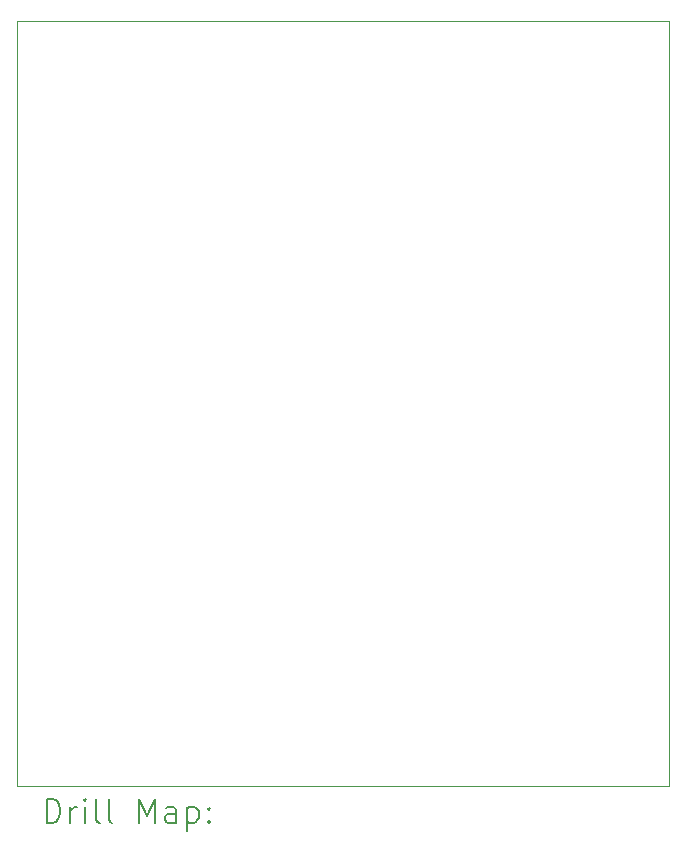
<source format=gbr>
%TF.GenerationSoftware,KiCad,Pcbnew,(6.0.9)*%
%TF.CreationDate,2024-10-17T20:50:59+02:00*%
%TF.ProjectId,Sombrero_MSX_Goa'uld,536f6d62-7265-4726-9f5f-4d53585f476f,rev?*%
%TF.SameCoordinates,Original*%
%TF.FileFunction,Drillmap*%
%TF.FilePolarity,Positive*%
%FSLAX45Y45*%
G04 Gerber Fmt 4.5, Leading zero omitted, Abs format (unit mm)*
G04 Created by KiCad (PCBNEW (6.0.9)) date 2024-10-17 20:50:59*
%MOMM*%
%LPD*%
G01*
G04 APERTURE LIST*
%ADD10C,0.050000*%
%ADD11C,0.200000*%
G04 APERTURE END LIST*
D10*
X11874500Y-7112000D02*
X17399000Y-7112000D01*
X17399000Y-7112000D02*
X17399000Y-13589000D01*
X17399000Y-13589000D02*
X11874500Y-13589000D01*
X11874500Y-13589000D02*
X11874500Y-7112000D01*
D11*
X12129619Y-13901976D02*
X12129619Y-13701976D01*
X12177238Y-13701976D01*
X12205809Y-13711500D01*
X12224857Y-13730548D01*
X12234381Y-13749595D01*
X12243905Y-13787690D01*
X12243905Y-13816262D01*
X12234381Y-13854357D01*
X12224857Y-13873405D01*
X12205809Y-13892452D01*
X12177238Y-13901976D01*
X12129619Y-13901976D01*
X12329619Y-13901976D02*
X12329619Y-13768643D01*
X12329619Y-13806738D02*
X12339143Y-13787690D01*
X12348667Y-13778167D01*
X12367714Y-13768643D01*
X12386762Y-13768643D01*
X12453428Y-13901976D02*
X12453428Y-13768643D01*
X12453428Y-13701976D02*
X12443905Y-13711500D01*
X12453428Y-13721024D01*
X12462952Y-13711500D01*
X12453428Y-13701976D01*
X12453428Y-13721024D01*
X12577238Y-13901976D02*
X12558190Y-13892452D01*
X12548667Y-13873405D01*
X12548667Y-13701976D01*
X12682000Y-13901976D02*
X12662952Y-13892452D01*
X12653428Y-13873405D01*
X12653428Y-13701976D01*
X12910571Y-13901976D02*
X12910571Y-13701976D01*
X12977238Y-13844833D01*
X13043905Y-13701976D01*
X13043905Y-13901976D01*
X13224857Y-13901976D02*
X13224857Y-13797214D01*
X13215333Y-13778167D01*
X13196286Y-13768643D01*
X13158190Y-13768643D01*
X13139143Y-13778167D01*
X13224857Y-13892452D02*
X13205809Y-13901976D01*
X13158190Y-13901976D01*
X13139143Y-13892452D01*
X13129619Y-13873405D01*
X13129619Y-13854357D01*
X13139143Y-13835309D01*
X13158190Y-13825786D01*
X13205809Y-13825786D01*
X13224857Y-13816262D01*
X13320095Y-13768643D02*
X13320095Y-13968643D01*
X13320095Y-13778167D02*
X13339143Y-13768643D01*
X13377238Y-13768643D01*
X13396286Y-13778167D01*
X13405809Y-13787690D01*
X13415333Y-13806738D01*
X13415333Y-13863881D01*
X13405809Y-13882928D01*
X13396286Y-13892452D01*
X13377238Y-13901976D01*
X13339143Y-13901976D01*
X13320095Y-13892452D01*
X13501048Y-13882928D02*
X13510571Y-13892452D01*
X13501048Y-13901976D01*
X13491524Y-13892452D01*
X13501048Y-13882928D01*
X13501048Y-13901976D01*
X13501048Y-13778167D02*
X13510571Y-13787690D01*
X13501048Y-13797214D01*
X13491524Y-13787690D01*
X13501048Y-13778167D01*
X13501048Y-13797214D01*
M02*

</source>
